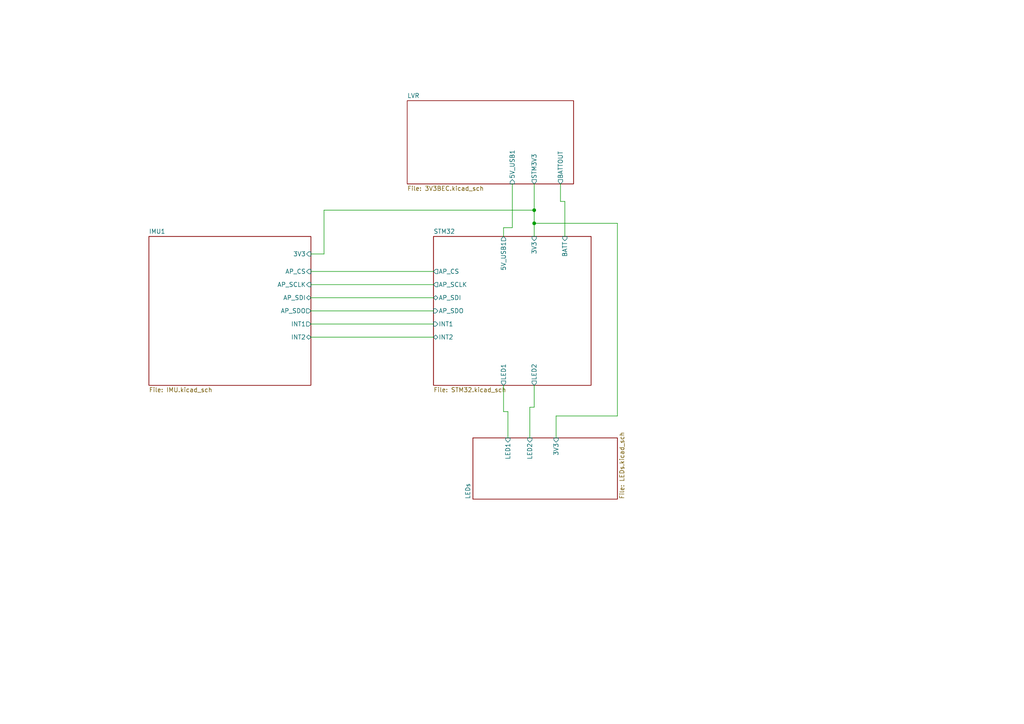
<source format=kicad_sch>
(kicad_sch
	(version 20250114)
	(generator "eeschema")
	(generator_version "9.0")
	(uuid "d4bb3431-6329-4908-a86a-41253c48b76b")
	(paper "A4")
	(title_block
		(title "STM Board")
		(date "2025-10-18")
		(rev "3")
		(company "Team 0-06")
	)
	(lib_symbols)
	(junction
		(at 154.94 60.96)
		(diameter 0)
		(color 0 0 0 0)
		(uuid "50263266-9f40-460f-ae7d-d24b218beba2")
	)
	(junction
		(at 154.94 64.77)
		(diameter 0)
		(color 0 0 0 0)
		(uuid "80dfc2a5-93ec-4bc4-bd96-6683bbe30b32")
	)
	(wire
		(pts
			(xy 93.98 60.96) (xy 93.98 73.66)
		)
		(stroke
			(width 0)
			(type default)
		)
		(uuid "05c3b2f2-b02e-4e41-bb42-a16fd1898ae8")
	)
	(wire
		(pts
			(xy 161.29 120.65) (xy 161.29 127)
		)
		(stroke
			(width 0)
			(type default)
		)
		(uuid "2aff7781-daf8-43c4-b488-29f777d90a36")
	)
	(wire
		(pts
			(xy 90.17 82.55) (xy 125.73 82.55)
		)
		(stroke
			(width 0)
			(type default)
		)
		(uuid "2b3a2fa8-bf3d-433e-87b6-e0cec1d26045")
	)
	(wire
		(pts
			(xy 162.56 53.34) (xy 162.56 58.42)
		)
		(stroke
			(width 0)
			(type default)
		)
		(uuid "39e6e5dd-32e9-4c45-85ad-790c07169d4f")
	)
	(wire
		(pts
			(xy 154.94 53.34) (xy 154.94 60.96)
		)
		(stroke
			(width 0)
			(type default)
		)
		(uuid "44c929d8-2630-497f-bd4c-0cf122594180")
	)
	(wire
		(pts
			(xy 147.32 119.38) (xy 147.32 127)
		)
		(stroke
			(width 0)
			(type default)
		)
		(uuid "46b13594-baa5-43ab-b94b-80f4bff61211")
	)
	(wire
		(pts
			(xy 147.32 119.38) (xy 146.05 119.38)
		)
		(stroke
			(width 0)
			(type default)
		)
		(uuid "52f19484-b7f2-4def-810e-e2909a0ea79b")
	)
	(wire
		(pts
			(xy 154.94 111.76) (xy 154.94 118.11)
		)
		(stroke
			(width 0)
			(type default)
		)
		(uuid "5d95c780-2ae0-44b2-8cab-411360baa6ab")
	)
	(wire
		(pts
			(xy 179.07 120.65) (xy 161.29 120.65)
		)
		(stroke
			(width 0)
			(type default)
		)
		(uuid "62c02d4d-ddc3-46a1-a199-f973c785ac7e")
	)
	(wire
		(pts
			(xy 148.59 53.34) (xy 148.59 66.04)
		)
		(stroke
			(width 0)
			(type default)
		)
		(uuid "66df7acb-57b9-49a4-a9a9-a2333e114fec")
	)
	(wire
		(pts
			(xy 154.94 60.96) (xy 93.98 60.96)
		)
		(stroke
			(width 0)
			(type default)
		)
		(uuid "6e90d1b0-87dc-4139-9fad-e81cf656ffa9")
	)
	(wire
		(pts
			(xy 146.05 111.76) (xy 146.05 119.38)
		)
		(stroke
			(width 0)
			(type default)
		)
		(uuid "6f5a5587-3392-4862-ad40-36b73681d0a8")
	)
	(wire
		(pts
			(xy 154.94 60.96) (xy 154.94 64.77)
		)
		(stroke
			(width 0)
			(type default)
		)
		(uuid "726af9a3-ba0a-4262-ace9-c3103950a044")
	)
	(wire
		(pts
			(xy 93.98 73.66) (xy 90.17 73.66)
		)
		(stroke
			(width 0)
			(type default)
		)
		(uuid "7ae665ae-1fe7-4321-acfe-66073fa07cce")
	)
	(wire
		(pts
			(xy 90.17 90.17) (xy 125.73 90.17)
		)
		(stroke
			(width 0)
			(type default)
		)
		(uuid "7b1b3e52-8d1e-42ab-9c93-1b5ec3f0b2a1")
	)
	(wire
		(pts
			(xy 90.17 78.74) (xy 125.73 78.74)
		)
		(stroke
			(width 0)
			(type default)
		)
		(uuid "8d5be2e0-d648-4bef-8fcf-68da15917b15")
	)
	(wire
		(pts
			(xy 90.17 86.36) (xy 125.73 86.36)
		)
		(stroke
			(width 0)
			(type default)
		)
		(uuid "94e87c17-9708-42c9-af38-0cf7f492452f")
	)
	(wire
		(pts
			(xy 154.94 64.77) (xy 179.07 64.77)
		)
		(stroke
			(width 0)
			(type default)
		)
		(uuid "94eaf04d-19be-4a4d-b6a5-87f4a041c571")
	)
	(wire
		(pts
			(xy 163.83 58.42) (xy 162.56 58.42)
		)
		(stroke
			(width 0)
			(type default)
		)
		(uuid "97b9f880-0f04-4521-9156-21027316ef47")
	)
	(wire
		(pts
			(xy 90.17 93.98) (xy 125.73 93.98)
		)
		(stroke
			(width 0)
			(type default)
		)
		(uuid "9e326344-b9d3-4771-acc8-58f39518c039")
	)
	(wire
		(pts
			(xy 90.17 97.79) (xy 125.73 97.79)
		)
		(stroke
			(width 0)
			(type default)
		)
		(uuid "b699c9e5-0338-47cb-bb85-52f2afe96c96")
	)
	(wire
		(pts
			(xy 179.07 64.77) (xy 179.07 120.65)
		)
		(stroke
			(width 0)
			(type default)
		)
		(uuid "d1e1eeaa-204e-4842-91a3-5b31a9912767")
	)
	(wire
		(pts
			(xy 154.94 64.77) (xy 154.94 68.58)
		)
		(stroke
			(width 0)
			(type default)
		)
		(uuid "d4235ed6-7360-4dc8-88c9-7858978b4a68")
	)
	(wire
		(pts
			(xy 146.05 66.04) (xy 146.05 68.58)
		)
		(stroke
			(width 0)
			(type default)
		)
		(uuid "e58f832f-336a-4035-a342-f4042465d04b")
	)
	(wire
		(pts
			(xy 153.67 118.11) (xy 153.67 127)
		)
		(stroke
			(width 0)
			(type default)
		)
		(uuid "e8933e5e-215a-4fb2-9b88-d95b9610170f")
	)
	(wire
		(pts
			(xy 153.67 118.11) (xy 154.94 118.11)
		)
		(stroke
			(width 0)
			(type default)
		)
		(uuid "ec7887e2-0d36-4188-92ae-752c6c3116c7")
	)
	(wire
		(pts
			(xy 148.59 66.04) (xy 146.05 66.04)
		)
		(stroke
			(width 0)
			(type default)
		)
		(uuid "fb597c49-f04f-4392-a684-52d8c543e1c1")
	)
	(wire
		(pts
			(xy 163.83 68.58) (xy 163.83 58.42)
		)
		(stroke
			(width 0)
			(type default)
		)
		(uuid "fdb50de4-a342-40bc-a00f-31cea432e13b")
	)
	(sheet
		(at 43.18 68.58)
		(size 46.99 43.18)
		(exclude_from_sim no)
		(in_bom yes)
		(on_board yes)
		(dnp no)
		(fields_autoplaced yes)
		(stroke
			(width 0.1524)
			(type solid)
		)
		(fill
			(color 0 0 0 0.0000)
		)
		(uuid "8cbfbfe3-6d29-4b98-bc32-03abc19214a3")
		(property "Sheetname" "IMU1"
			(at 43.18 67.8684 0)
			(effects
				(font
					(size 1.27 1.27)
				)
				(justify left bottom)
			)
		)
		(property "Sheetfile" "IMU.kicad_sch"
			(at 43.18 112.3446 0)
			(effects
				(font
					(size 1.27 1.27)
				)
				(justify left top)
			)
		)
		(pin "3V3" input
			(at 90.17 73.66 0)
			(uuid "f6004d25-eb30-4cc4-9970-b07289aa464a")
			(effects
				(font
					(size 1.27 1.27)
				)
				(justify right)
			)
		)
		(pin "AP_CS" input
			(at 90.17 78.74 0)
			(uuid "63d16def-ac62-47ef-908c-5118f9dac90a")
			(effects
				(font
					(size 1.27 1.27)
				)
				(justify right)
			)
		)
		(pin "AP_SCLK" input
			(at 90.17 82.55 0)
			(uuid "cba9a0dc-1758-47e8-82dd-34cdfa6d5bab")
			(effects
				(font
					(size 1.27 1.27)
				)
				(justify right)
			)
		)
		(pin "AP_SDI" bidirectional
			(at 90.17 86.36 0)
			(uuid "476bf2bd-5a25-420b-9bb4-1bba70938c23")
			(effects
				(font
					(size 1.27 1.27)
				)
				(justify right)
			)
		)
		(pin "AP_SDO" output
			(at 90.17 90.17 0)
			(uuid "00666499-4db0-4ed9-bf45-7db659e54181")
			(effects
				(font
					(size 1.27 1.27)
				)
				(justify right)
			)
		)
		(pin "INT1" output
			(at 90.17 93.98 0)
			(uuid "dad77dfe-aeb8-4c4c-8180-72d43391a934")
			(effects
				(font
					(size 1.27 1.27)
				)
				(justify right)
			)
		)
		(pin "INT2" bidirectional
			(at 90.17 97.79 0)
			(uuid "22e73a4a-5ca5-40c9-b40f-cd3e0a401740")
			(effects
				(font
					(size 1.27 1.27)
				)
				(justify right)
			)
		)
		(instances
			(project "STM_Board_V3"
				(path "/d4bb3431-6329-4908-a86a-41253c48b76b"
					(page "3")
				)
			)
		)
	)
	(sheet
		(at 118.11 29.21)
		(size 48.26 24.13)
		(exclude_from_sim no)
		(in_bom yes)
		(on_board yes)
		(dnp no)
		(fields_autoplaced yes)
		(stroke
			(width 0.1524)
			(type solid)
		)
		(fill
			(color 0 0 0 0.0000)
		)
		(uuid "a2d9209c-a444-4b7d-94ec-b2493a991d2a")
		(property "Sheetname" "LVR"
			(at 118.11 28.4984 0)
			(effects
				(font
					(size 1.27 1.27)
				)
				(justify left bottom)
			)
		)
		(property "Sheetfile" "3V3BEC.kicad_sch"
			(at 118.11 53.9246 0)
			(effects
				(font
					(size 1.27 1.27)
				)
				(justify left top)
			)
		)
		(pin "5V_USB1" input
			(at 148.59 53.34 270)
			(uuid "d3a340c8-a7cc-4803-b8b9-66fc096b1262")
			(effects
				(font
					(size 1.27 1.27)
				)
				(justify left)
			)
		)
		(pin "STM3V3" output
			(at 154.94 53.34 270)
			(uuid "9bad63bd-de41-4e7a-9e70-87cfcf28518e")
			(effects
				(font
					(size 1.27 1.27)
				)
				(justify left)
			)
		)
		(pin "BATTOUT" output
			(at 162.56 53.34 270)
			(uuid "c00b7c0e-9cb9-45b3-92c4-c1b1a324fa50")
			(effects
				(font
					(size 1.27 1.27)
				)
				(justify left)
			)
		)
		(instances
			(project "STM_Board_V3"
				(path "/d4bb3431-6329-4908-a86a-41253c48b76b"
					(page "4")
				)
			)
		)
	)
	(sheet
		(at 137.16 127)
		(size 41.91 17.78)
		(exclude_from_sim no)
		(in_bom yes)
		(on_board yes)
		(dnp no)
		(fields_autoplaced yes)
		(stroke
			(width 0.1524)
			(type solid)
		)
		(fill
			(color 0 0 0 0.0000)
		)
		(uuid "cbdf90b5-da3b-4997-9cab-883836b06ea2")
		(property "Sheetname" "LEDs"
			(at 136.4484 144.78 90)
			(effects
				(font
					(size 1.27 1.27)
				)
				(justify left bottom)
			)
		)
		(property "Sheetfile" "LEDs.kicad_sch"
			(at 179.6546 144.78 90)
			(effects
				(font
					(size 1.27 1.27)
				)
				(justify left top)
			)
		)
		(pin "LED1" input
			(at 147.32 127 90)
			(uuid "35ddc091-4759-42d8-9c48-aaa905620159")
			(effects
				(font
					(size 1.27 1.27)
				)
				(justify right)
			)
		)
		(pin "LED2" input
			(at 153.67 127 90)
			(uuid "33c53fae-4e52-4c58-9f63-37409b0e3ea2")
			(effects
				(font
					(size 1.27 1.27)
				)
				(justify right)
			)
		)
		(pin "3V3" input
			(at 161.29 127 90)
			(uuid "f90b75f0-a144-4222-94af-e78d20ff5e45")
			(effects
				(font
					(size 1.27 1.27)
				)
				(justify right)
			)
		)
		(instances
			(project "STM_Board_V3"
				(path "/d4bb3431-6329-4908-a86a-41253c48b76b"
					(page "5")
				)
			)
		)
	)
	(sheet
		(at 125.73 68.58)
		(size 45.72 43.18)
		(exclude_from_sim no)
		(in_bom yes)
		(on_board yes)
		(dnp no)
		(fields_autoplaced yes)
		(stroke
			(width 0.1524)
			(type solid)
		)
		(fill
			(color 0 0 0 0.0000)
		)
		(uuid "eb7eb416-cd0d-4c7a-ad1f-0e676967f03a")
		(property "Sheetname" "STM32"
			(at 125.73 67.8684 0)
			(effects
				(font
					(size 1.27 1.27)
				)
				(justify left bottom)
			)
		)
		(property "Sheetfile" "STM32.kicad_sch"
			(at 125.73 112.3446 0)
			(effects
				(font
					(size 1.27 1.27)
				)
				(justify left top)
			)
		)
		(pin "3V3" input
			(at 154.94 68.58 90)
			(uuid "ff8ed615-77ce-4e79-811d-be8d98be80b8")
			(effects
				(font
					(size 1.27 1.27)
				)
				(justify right)
			)
		)
		(pin "5V_USB1" output
			(at 146.05 68.58 90)
			(uuid "89bfb865-a936-4692-b8f3-072b5792510c")
			(effects
				(font
					(size 1.27 1.27)
				)
				(justify right)
			)
		)
		(pin "LED1" output
			(at 146.05 111.76 270)
			(uuid "497ec375-64b3-4bec-8fda-e29459730a1e")
			(effects
				(font
					(size 1.27 1.27)
				)
				(justify left)
			)
		)
		(pin "LED2" output
			(at 154.94 111.76 270)
			(uuid "2c6aceb9-6e3f-4e8d-b448-1b1924a08380")
			(effects
				(font
					(size 1.27 1.27)
				)
				(justify left)
			)
		)
		(pin "AP_CS" output
			(at 125.73 78.74 180)
			(uuid "d813d0cb-d0a7-46c0-97f8-f402782951d4")
			(effects
				(font
					(size 1.27 1.27)
				)
				(justify left)
			)
		)
		(pin "AP_SCLK" output
			(at 125.73 82.55 180)
			(uuid "2736a9d9-f705-4b6f-916b-80a0344f0de3")
			(effects
				(font
					(size 1.27 1.27)
				)
				(justify left)
			)
		)
		(pin "AP_SDI" bidirectional
			(at 125.73 86.36 180)
			(uuid "4af11e4c-78ae-4e3c-ac20-11a08818ac56")
			(effects
				(font
					(size 1.27 1.27)
				)
				(justify left)
			)
		)
		(pin "AP_SDO" input
			(at 125.73 90.17 180)
			(uuid "e99ea7e5-ef22-4f89-a007-c94a710a4797")
			(effects
				(font
					(size 1.27 1.27)
				)
				(justify left)
			)
		)
		(pin "INT1" input
			(at 125.73 93.98 180)
			(uuid "b59d43c3-b1af-4bc8-8872-0a537ff64d17")
			(effects
				(font
					(size 1.27 1.27)
				)
				(justify left)
			)
		)
		(pin "INT2" bidirectional
			(at 125.73 97.79 180)
			(uuid "ec5a68e0-6278-4cbf-99a0-0be4bc507fc0")
			(effects
				(font
					(size 1.27 1.27)
				)
				(justify left)
			)
		)
		(pin "BATT" input
			(at 163.83 68.58 90)
			(uuid "8476d954-0a67-4d1d-85fa-23fe04fb8b60")
			(effects
				(font
					(size 1.27 1.27)
				)
				(justify right)
			)
		)
		(instances
			(project "STM_Board_V3"
				(path "/d4bb3431-6329-4908-a86a-41253c48b76b"
					(page "2")
				)
			)
		)
	)
	(sheet_instances
		(path "/"
			(page "1")
		)
	)
	(embedded_fonts no)
)

</source>
